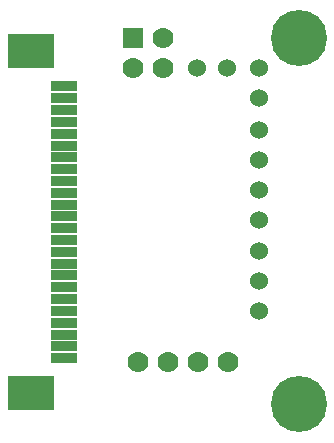
<source format=gts>
G04 -- Generated By PCBWeb Designer*
%FSLAX24Y24*%
%MOIN*%
%OFA0B0*%
%SFA1.0B1.0*%
%AMROTRECT*21,1,$1,$2,0,0,$3*%
%AMROTOBLONG*1,1,$7,$1,$2*1,1,$7,$3,$4*21,1,$5,$6,0,0,$8*%
%ADD10C,0.025*%
%ADD11C,0.06*%
%ADD12C,0.035*%
%ADD13C,0.07*%
%ADD14C,0.006*%
%ADD15C,0.008*%
%ADD16C,0.024*%
%ADD17C,0.05*%
%ADD18C,0.028*%
%ADD19C,0.1772*%
%ADD20C,0.128*%
%ADD21C,0.1872*%
%ADD22R,0.0787X0.024*%
%ADD23R,0.0887X0.034*%
%ADD24R,0.1417X0.1055*%
%ADD25R,0.1517X0.1155*%
%ADD26C,0.01*%
%ADD27R,0.06X0.06*%
%ADD28C,0.04*%
%ADD29R,0.07X0.07*%
%ADD30C,0.0*%
%ADD31C,0.0098*%
%ADD32C,0.0591*%
%ADD33C,0.0275*%
%ADD34C,0.0197*%
G01*
%LNSTD*%
%LPD*%
G54D13*
X7874Y2215D03*
X6874Y2215D03*
X5874Y2215D03*
X4874Y2215D03*
G54D11*
X6841Y12008D03*
X7841Y12008D03*
X8908Y12008D03*
X8908Y11008D03*
X8908Y5906D03*
X8908Y4906D03*
X8908Y3906D03*
X8908Y9941D03*
X8908Y8941D03*
X8908Y7923D03*
X8908Y6923D03*
G54D21*
X10236Y787D03*
X10236Y12992D03*
G54D23*
X2411Y11383D03*
X2411Y10989D03*
X2411Y10595D03*
X2411Y10202D03*
X2411Y9808D03*
X2411Y9414D03*
X2411Y9021D03*
X2411Y8627D03*
X2411Y8233D03*
X2411Y7839D03*
X2411Y7446D03*
X2411Y7052D03*
X2411Y6658D03*
X2411Y6265D03*
X2411Y5871D03*
X2411Y5477D03*
X2411Y5084D03*
X2411Y4690D03*
X2411Y4296D03*
X2411Y3902D03*
X2411Y3509D03*
X2411Y3115D03*
X2411Y2721D03*
X2411Y2328D03*
G54D25*
X1309Y12560D03*
X1309Y1150D03*
G54D29*
X4724Y12992D03*
G54D13*
X5724Y12992D03*
X5724Y11992D03*
X4724Y11992D03*
M02*

</source>
